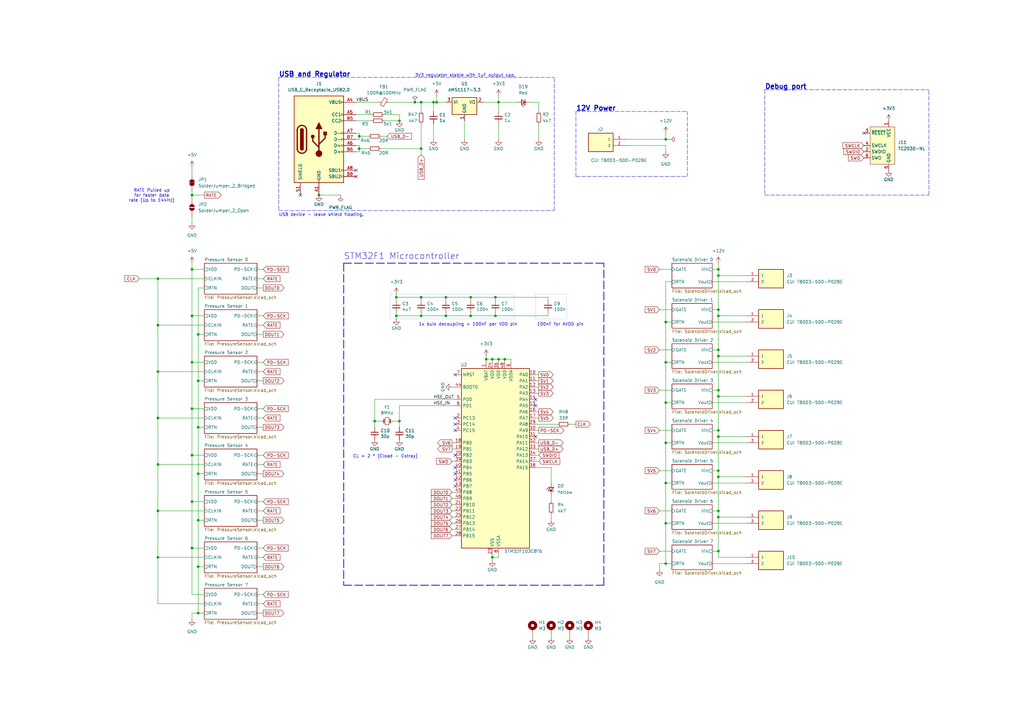
<source format=kicad_sch>
(kicad_sch (version 20231120) (generator "eeschema") (generator_version "8.0")
  (paper "A3")
  (junction (at 273.05 148.59))
  (junction (at 193.04 121.92))
  (junction (at 81.28 137.16))
  (junction (at 170.18 41.91))
  (junction (at 294.64 195.58))
  (junction (at 182.88 129.54))
  (junction (at 273.05 132.08))
  (junction (at 294.64 209.55))
  (junction (at 162.56 121.92))
  (junction (at 294.64 193.04))
  (junction (at 78.74 186.69))
  (junction (at 78.74 167.64))
  (junction (at 78.74 148.59))
  (junction (at 172.72 41.91))
  (junction (at 81.28 156.21))
  (junction (at 81.28 251.46))
  (junction (at 294.64 110.49))
  (junction (at 203.2 121.92))
  (junction (at 294.64 176.53))
  (junction (at 163.83 172.72))
  (junction (at 294.64 143.51))
  (junction (at 199.39 147.32))
  (junction (at 64.77 114.3))
  (junction (at 64.77 228.6))
  (junction (at 177.8 41.91))
  (junction (at 81.28 194.31))
  (junction (at 179.07 41.91))
  (junction (at 204.47 41.91))
  (junction (at 153.67 172.72))
  (junction (at 193.04 129.54))
  (junction (at 273.05 181.61))
  (junction (at 64.77 171.45))
  (junction (at 172.72 60.96))
  (junction (at 294.64 162.56))
  (junction (at 203.2 129.54))
  (junction (at 147.32 60.96))
  (junction (at 273.05 231.14))
  (junction (at 172.72 129.54))
  (junction (at 294.64 129.54))
  (junction (at 163.83 49.53))
  (junction (at 182.88 121.92))
  (junction (at 273.05 165.1))
  (junction (at 81.28 232.41))
  (junction (at 294.64 113.03))
  (junction (at 78.74 110.49))
  (junction (at 207.01 147.32))
  (junction (at 64.77 190.5))
  (junction (at 78.74 80.01))
  (junction (at 294.64 146.05))
  (junction (at 204.47 147.32))
  (junction (at 201.93 228.6))
  (junction (at 64.77 152.4))
  (junction (at 294.64 179.07))
  (junction (at 147.32 55.88))
  (junction (at 294.64 127))
  (junction (at 64.77 209.55))
  (junction (at 78.74 129.54))
  (junction (at 130.81 80.01))
  (junction (at 162.56 129.54))
  (junction (at 273.05 198.12))
  (junction (at 78.74 205.74))
  (junction (at 64.77 133.35))
  (junction (at 294.64 226.06))
  (junction (at 294.64 212.09))
  (junction (at 201.93 147.32))
  (junction (at 273.05 57.15))
  (junction (at 81.28 213.36))
  (junction (at 172.72 121.92))
  (junction (at 78.74 224.79))
  (junction (at 81.28 175.26))
  (junction (at 273.05 214.63))
  (junction (at 294.64 160.02))
  (no_connect (at 123.19 80.01))
  (no_connect (at 186.69 153.67))
  (no_connect (at 146.05 72.39))
  (no_connect (at 186.69 191.77))
  (no_connect (at 186.69 176.53))
  (no_connect (at 219.71 163.83))
  (no_connect (at 186.69 199.39))
  (no_connect (at 146.05 69.85))
  (no_connect (at 186.69 196.85))
  (no_connect (at 186.69 186.69))
  (no_connect (at 186.69 171.45))
  (no_connect (at 354.33 54.61))
  (no_connect (at 219.71 166.37))
  (no_connect (at 186.69 173.99))
  (no_connect (at 219.71 179.07))
  (no_connect (at 186.69 194.31))
  (wire (pts (xy 81.28 213.36) (xy 83.82 213.36)))
  (wire (pts (xy 201.93 228.6) (xy 204.47 228.6)))
  (wire (pts (xy 233.68 173.99) (xy 236.22 173.99)))
  (wire (pts (xy 193.04 123.19) (xy 193.04 121.92)))
  (wire (pts (xy 147.32 60.96) (xy 151.13 60.96)))
  (wire (pts (xy 172.72 41.91) (xy 172.72 45.72)))
  (wire (pts (xy 270.51 127) (xy 275.59 127)))
  (wire (pts (xy 294.64 113.03) (xy 294.64 127)))
  (wire (pts (xy 105.41 232.41) (xy 107.95 232.41)))
  (wire (pts (xy 292.1 132.08) (xy 306.07 132.08)))
  (wire (pts (xy 233.68 260.35) (xy 233.68 261.62)))
  (wire (pts (xy 105.41 156.21) (xy 107.95 156.21)))
  (wire (pts (xy 226.06 210.82) (xy 226.06 213.36)))
  (wire (pts (xy 57.15 114.3) (xy 64.77 114.3)))
  (wire (pts (xy 185.42 207.01) (xy 186.69 207.01)))
  (wire (pts (xy 78.74 167.64) (xy 78.74 186.69)))
  (wire (pts (xy 64.77 209.55) (xy 64.77 190.5)))
  (wire (pts (xy 105.41 228.6) (xy 107.95 228.6)))
  (wire (pts (xy 209.55 148.59) (xy 209.55 147.32)))
  (wire (pts (xy 105.41 247.65) (xy 107.95 247.65)))
  (wire (pts (xy 182.88 128.27) (xy 182.88 129.54)))
  (wire (pts (xy 78.74 251.46) (xy 78.74 254)))
  (wire (pts (xy 292.1 148.59) (xy 306.07 148.59)))
  (wire (pts (xy 172.72 63.5) (xy 172.72 60.96)))
  (wire (pts (xy 201.93 229.87) (xy 201.93 228.6)))
  (wire (pts (xy 220.98 171.45) (xy 219.71 171.45)))
  (wire (pts (xy 147.32 55.88) (xy 151.13 55.88)))
  (wire (pts (xy 156.21 55.88) (xy 158.75 55.88)))
  (wire (pts (xy 105.41 118.11) (xy 107.95 118.11)))
  (wire (pts (xy 273.05 165.1) (xy 273.05 148.59)))
  (wire (pts (xy 203.2 123.19) (xy 203.2 121.92)))
  (wire (pts (xy 105.41 137.16) (xy 107.95 137.16)))
  (wire (pts (xy 81.28 251.46) (xy 81.28 232.41)))
  (wire (pts (xy 292.1 165.1) (xy 306.07 165.1)))
  (wire (pts (xy 81.28 213.36) (xy 81.28 194.31)))
  (wire (pts (xy 105.41 129.54) (xy 107.95 129.54)))
  (wire (pts (xy 78.74 110.49) (xy 78.74 129.54)))
  (wire (pts (xy 273.05 132.08) (xy 275.59 132.08)))
  (wire (pts (xy 273.05 181.61) (xy 273.05 198.12)))
  (wire (pts (xy 203.2 121.92) (xy 224.79 121.92)))
  (wire (pts (xy 226.06 191.77) (xy 226.06 198.12)))
  (wire (pts (xy 292.1 214.63) (xy 306.07 214.63)))
  (wire (pts (xy 273.05 148.59) (xy 273.05 132.08)))
  (wire (pts (xy 156.21 60.96) (xy 172.72 60.96)))
  (wire (pts (xy 294.64 129.54) (xy 294.64 143.51)))
  (wire (pts (xy 294.64 146.05) (xy 294.64 160.02)))
  (wire (pts (xy 220.98 57.15) (xy 220.98 50.8)))
  (wire (pts (xy 199.39 147.32) (xy 201.93 147.32)))
  (wire (pts (xy 81.28 156.21) (xy 83.82 156.21)))
  (wire (pts (xy 64.77 171.45) (xy 64.77 152.4)))
  (wire (pts (xy 185.42 214.63) (xy 186.69 214.63)))
  (wire (pts (xy 270.51 160.02) (xy 275.59 160.02)))
  (wire (pts (xy 147.32 59.69) (xy 147.32 60.96)))
  (wire (pts (xy 220.98 189.23) (xy 219.71 189.23)))
  (polyline (pts (xy 227.33 86.36) (xy 227.33 31.75)) (stroke (width 0) (type dash)))
  (wire (pts (xy 294.64 176.53) (xy 292.1 176.53)))
  (wire (pts (xy 78.74 186.69) (xy 83.82 186.69)))
  (wire (pts (xy 152.4 49.53) (xy 146.05 49.53)))
  (wire (pts (xy 273.05 198.12) (xy 273.05 214.63)))
  (wire (pts (xy 220.98 168.91) (xy 219.71 168.91)))
  (wire (pts (xy 292.1 198.12) (xy 306.07 198.12)))
  (polyline (pts (xy 313.69 36.83) (xy 381 36.83)) (stroke (width 0) (type dash)))
  (wire (pts (xy 241.3 260.35) (xy 241.3 261.62)))
  (wire (pts (xy 78.74 186.69) (xy 78.74 205.74)))
  (wire (pts (xy 306.07 162.56) (xy 294.64 162.56)))
  (wire (pts (xy 294.64 228.6) (xy 294.64 226.06)))
  (wire (pts (xy 306.07 113.03) (xy 294.64 113.03)))
  (polyline (pts (xy 114.3 31.75) (xy 227.33 31.75)) (stroke (width 0) (type dash)))
  (wire (pts (xy 182.88 121.92) (xy 172.72 121.92)))
  (wire (pts (xy 83.82 209.55) (xy 64.77 209.55)))
  (polyline (pts (xy 114.3 31.75) (xy 114.3 86.36)) (stroke (width 0) (type dash)))
  (wire (pts (xy 170.18 41.91) (xy 172.72 41.91)))
  (wire (pts (xy 185.42 219.71) (xy 186.69 219.71)))
  (wire (pts (xy 105.41 251.46) (xy 107.95 251.46)))
  (wire (pts (xy 64.77 133.35) (xy 64.77 114.3)))
  (wire (pts (xy 190.5 57.15) (xy 190.5 49.53)))
  (wire (pts (xy 172.72 41.91) (xy 177.8 41.91)))
  (wire (pts (xy 153.67 175.26) (xy 153.67 172.72)))
  (wire (pts (xy 273.05 148.59) (xy 275.59 148.59)))
  (wire (pts (xy 294.64 179.07) (xy 294.64 193.04)))
  (wire (pts (xy 220.98 41.91) (xy 220.98 45.72)))
  (wire (pts (xy 226.06 260.35) (xy 226.06 261.62)))
  (wire (pts (xy 294.64 226.06) (xy 292.1 226.06)))
  (wire (pts (xy 172.72 129.54) (xy 182.88 129.54)))
  (wire (pts (xy 185.42 209.55) (xy 186.69 209.55)))
  (wire (pts (xy 78.74 80.01) (xy 83.82 80.01)))
  (wire (pts (xy 306.07 146.05) (xy 294.64 146.05)))
  (wire (pts (xy 153.67 172.72) (xy 156.21 172.72)))
  (wire (pts (xy 81.28 118.11) (xy 83.82 118.11)))
  (wire (pts (xy 294.64 193.04) (xy 294.64 195.58)))
  (wire (pts (xy 186.69 158.75) (xy 185.42 158.75)))
  (wire (pts (xy 204.47 39.37) (xy 204.47 41.91)))
  (wire (pts (xy 147.32 54.61) (xy 146.05 54.61)))
  (wire (pts (xy 78.74 88.9) (xy 78.74 91.44)))
  (wire (pts (xy 185.42 201.93) (xy 186.69 201.93)))
  (wire (pts (xy 157.48 49.53) (xy 163.83 49.53)))
  (polyline (pts (xy 381 80.01) (xy 381 36.83)) (stroke (width 0) (type dash)))
  (wire (pts (xy 147.32 55.88) (xy 147.32 57.15)))
  (wire (pts (xy 83.82 247.65) (xy 64.77 247.65)))
  (polyline (pts (xy 140.97 240.03) (xy 247.65 240.03)) (stroke (width 0.3) (type dash)))
  (wire (pts (xy 294.64 143.51) (xy 294.64 146.05)))
  (wire (pts (xy 273.05 115.57) (xy 275.59 115.57)))
  (wire (pts (xy 204.47 147.32) (xy 207.01 147.32)))
  (wire (pts (xy 203.2 129.54) (xy 224.79 129.54)))
  (wire (pts (xy 292.1 231.14) (xy 306.07 231.14)))
  (wire (pts (xy 182.88 129.54) (xy 193.04 129.54)))
  (wire (pts (xy 207.01 147.32) (xy 207.01 148.59)))
  (wire (pts (xy 179.07 41.91) (xy 182.88 41.91)))
  (wire (pts (xy 105.41 205.74) (xy 107.95 205.74)))
  (polyline (pts (xy 114.3 86.36) (xy 227.33 86.36)) (stroke (width 0) (type dash)))
  (wire (pts (xy 163.83 175.26) (xy 163.83 172.72)))
  (wire (pts (xy 105.41 133.35) (xy 107.95 133.35)))
  (wire (pts (xy 199.39 147.32) (xy 199.39 148.59)))
  (wire (pts (xy 294.64 195.58) (xy 294.64 209.55)))
  (polyline (pts (xy 247.65 240.03) (xy 247.65 107.95)) (stroke (width 0.3) (type dash)))
  (wire (pts (xy 273.05 132.08) (xy 273.05 115.57)))
  (wire (pts (xy 162.56 120.65) (xy 162.56 121.92)))
  (wire (pts (xy 172.72 50.8) (xy 172.72 60.96)))
  (wire (pts (xy 185.42 184.15) (xy 186.69 184.15)))
  (wire (pts (xy 193.04 121.92) (xy 203.2 121.92)))
  (wire (pts (xy 204.47 228.6) (xy 204.47 227.33)))
  (wire (pts (xy 185.42 212.09) (xy 186.69 212.09)))
  (wire (pts (xy 220.98 156.21) (xy 219.71 156.21)))
  (wire (pts (xy 83.82 133.35) (xy 64.77 133.35)))
  (wire (pts (xy 220.98 153.67) (xy 219.71 153.67)))
  (wire (pts (xy 160.02 41.91) (xy 170.18 41.91)))
  (wire (pts (xy 162.56 128.27) (xy 162.56 129.54)))
  (wire (pts (xy 78.74 205.74) (xy 83.82 205.74)))
  (wire (pts (xy 78.74 129.54) (xy 78.74 148.59)))
  (wire (pts (xy 185.42 181.61) (xy 186.69 181.61)))
  (wire (pts (xy 204.47 57.15) (xy 204.47 50.8)))
  (wire (pts (xy 275.59 181.61) (xy 273.05 181.61)))
  (wire (pts (xy 179.07 39.37) (xy 179.07 41.91)))
  (wire (pts (xy 146.05 62.23) (xy 147.32 62.23)))
  (wire (pts (xy 203.2 128.27) (xy 203.2 129.54)))
  (wire (pts (xy 220.98 161.29) (xy 219.71 161.29)))
  (wire (pts (xy 78.74 205.74) (xy 78.74 224.79)))
  (wire (pts (xy 294.64 212.09) (xy 294.64 226.06)))
  (wire (pts (xy 274.32 57.15) (xy 273.05 57.15)))
  (wire (pts (xy 78.74 68.58) (xy 78.74 71.12)))
  (wire (pts (xy 105.41 114.3) (xy 107.95 114.3)))
  (wire (pts (xy 270.51 176.53) (xy 275.59 176.53)))
  (polyline (pts (xy 247.65 107.95) (xy 140.97 107.95)) (stroke (width 0.3) (type dash)))
  (wire (pts (xy 81.28 232.41) (xy 83.82 232.41)))
  (wire (pts (xy 78.74 80.01) (xy 78.74 81.28)))
  (wire (pts (xy 270.51 110.49) (xy 275.59 110.49)))
  (wire (pts (xy 64.77 152.4) (xy 64.77 133.35)))
  (wire (pts (xy 270.51 193.04) (xy 275.59 193.04)))
  (wire (pts (xy 306.07 129.54) (xy 294.64 129.54)))
  (wire (pts (xy 161.29 172.72) (xy 163.83 172.72)))
  (wire (pts (xy 172.72 121.92) (xy 172.72 123.19)))
  (wire (pts (xy 81.28 175.26) (xy 83.82 175.26)))
  (wire (pts (xy 273.05 231.14) (xy 273.05 214.63)))
  (wire (pts (xy 294.64 209.55) (xy 292.1 209.55)))
  (wire (pts (xy 294.64 110.49) (xy 292.1 110.49)))
  (wire (pts (xy 306.07 212.09) (xy 294.64 212.09)))
  (wire (pts (xy 219.71 176.53) (xy 220.98 176.53)))
  (wire (pts (xy 294.64 107.95) (xy 294.64 110.49)))
  (wire (pts (xy 273.05 198.12) (xy 275.59 198.12)))
  (wire (pts (xy 292.1 115.57) (xy 306.07 115.57)))
  (polyline (pts (xy 313.69 36.83) (xy 313.69 80.01)) (stroke (width 0) (type dash)))
  (wire (pts (xy 186.69 163.83) (xy 153.67 163.83)))
  (wire (pts (xy 220.98 184.15) (xy 219.71 184.15)))
  (wire (pts (xy 220.98 41.91) (xy 217.17 41.91)))
  (polyline (pts (xy 236.22 45.72) (xy 236.22 72.39)) (stroke (width 0) (type dash)))
  (wire (pts (xy 81.28 175.26) (xy 81.28 156.21)))
  (wire (pts (xy 64.77 114.3) (xy 83.82 114.3)))
  (wire (pts (xy 64.77 190.5) (xy 64.77 171.45)))
  (wire (pts (xy 105.41 148.59) (xy 107.95 148.59)))
  (wire (pts (xy 193.04 128.27) (xy 193.04 129.54)))
  (wire (pts (xy 105.41 186.69) (xy 107.95 186.69)))
  (wire (pts (xy 78.74 129.54) (xy 83.82 129.54)))
  (wire (pts (xy 306.07 195.58) (xy 294.64 195.58)))
  (wire (pts (xy 78.74 110.49) (xy 83.82 110.49)))
  (wire (pts (xy 270.51 209.55) (xy 275.59 209.55)))
  (wire (pts (xy 105.41 243.84) (xy 107.95 243.84)))
  (wire (pts (xy 78.74 167.64) (xy 83.82 167.64)))
  (polyline (pts (xy 281.94 72.39) (xy 281.94 45.72)) (stroke (width 0) (type dash)))
  (wire (pts (xy 219.71 173.99) (xy 228.6 173.99)))
  (wire (pts (xy 83.82 228.6) (xy 64.77 228.6)))
  (wire (pts (xy 105.41 167.64) (xy 107.95 167.64)))
  (wire (pts (xy 64.77 228.6) (xy 64.77 209.55)))
  (polyline (pts (xy 236.22 45.72) (xy 281.94 45.72)) (stroke (width 0) (type dash)))
  (wire (pts (xy 219.71 191.77) (xy 226.06 191.77)))
  (wire (pts (xy 157.48 46.99) (xy 163.83 46.99)))
  (wire (pts (xy 273.05 59.69) (xy 256.54 59.69)))
  (polyline (pts (xy 313.69 80.01) (xy 381 80.01)) (stroke (width 0) (type dash)))
  (wire (pts (xy 204.47 148.59) (xy 204.47 147.32)))
  (wire (pts (xy 83.82 171.45) (xy 64.77 171.45)))
  (wire (pts (xy 163.83 46.99) (xy 163.83 49.53)))
  (wire (pts (xy 224.79 129.54) (xy 224.79 128.27)))
  (wire (pts (xy 201.93 147.32) (xy 204.47 147.32)))
  (wire (pts (xy 273.05 214.63) (xy 275.59 214.63)))
  (wire (pts (xy 105.41 209.55) (xy 107.95 209.55)))
  (wire (pts (xy 204.47 41.91) (xy 204.47 45.72)))
  (wire (pts (xy 226.06 203.2) (xy 226.06 205.74)))
  (polyline (pts (xy 140.97 107.95) (xy 140.97 240.03)) (stroke (width 0.3) (type dash)))
  (wire (pts (xy 78.74 148.59) (xy 83.82 148.59)))
  (wire (pts (xy 306.07 228.6) (xy 294.64 228.6)))
  (wire (pts (xy 198.12 41.91) (xy 204.47 41.91)))
  (wire (pts (xy 294.64 127) (xy 294.64 129.54)))
  (wire (pts (xy 201.93 148.59) (xy 201.93 147.32)))
  (wire (pts (xy 105.41 152.4) (xy 107.95 152.4)))
  (wire (pts (xy 81.28 137.16) (xy 83.82 137.16)))
  (wire (pts (xy 207.01 147.32) (xy 209.55 147.32)))
  (wire (pts (xy 78.74 224.79) (xy 78.74 243.84)))
  (wire (pts (xy 212.09 41.91) (xy 204.47 41.91)))
  (wire (pts (xy 146.05 41.91) (xy 154.94 41.91)))
  (wire (pts (xy 185.42 204.47) (xy 186.69 204.47)))
  (wire (pts (xy 220.98 186.69) (xy 219.71 186.69)))
  (wire (pts (xy 270.51 226.06) (xy 275.59 226.06)))
  (wire (pts (xy 105.41 213.36) (xy 107.95 213.36)))
  (wire (pts (xy 162.56 129.54) (xy 172.72 129.54)))
  (wire (pts (xy 199.39 146.05) (xy 199.39 147.32)))
  (wire (pts (xy 270.51 231.14) (xy 273.05 231.14)))
  (wire (pts (xy 220.98 158.75) (xy 219.71 158.75)))
  (wire (pts (xy 270.51 231.14) (xy 270.51 233.68)))
  (wire (pts (xy 105.41 110.49) (xy 107.95 110.49)))
  (wire (pts (xy 218.44 260.35) (xy 218.44 261.62)))
  (wire (pts (xy 182.88 123.19) (xy 182.88 121.92)))
  (wire (pts (xy 147.32 59.69) (xy 146.05 59.69)))
  (wire (pts (xy 177.8 57.15) (xy 177.8 50.8)))
  (wire (pts (xy 81.28 232.41) (xy 81.28 213.36)))
  (wire (pts (xy 273.05 181.61) (xy 273.05 165.1)))
  (wire (pts (xy 179.07 41.91) (xy 177.8 41.91)))
  (wire (pts (xy 294.64 160.02) (xy 294.64 162.56)))
  (wire (pts (xy 105.41 190.5) (xy 107.95 190.5)))
  (wire (pts (xy 163.83 172.72) (xy 163.83 166.37)))
  (wire (pts (xy 294.64 110.49) (xy 294.64 113.03)))
  (wire (pts (xy 177.8 41.91) (xy 177.8 45.72)))
  (wire (pts (xy 273.05 62.23) (xy 273.05 59.69)))
  (wire (pts (xy 81.28 156.21) (xy 81.28 137.16)))
  (wire (pts (xy 162.56 129.54) (xy 162.56 130.81)))
  (wire (pts (xy 294.64 176.53) (xy 294.64 179.07)))
  (wire (pts (xy 147.32 54.61) (xy 147.32 55.88)))
  (wire (pts (xy 163.83 166.37) (xy 186.69 166.37)))
  (wire (pts (xy 292.1 181.61) (xy 306.07 181.61)))
  (wire (pts (xy 294.64 209.55) (xy 294.64 212.09)))
  (wire (pts (xy 294.64 193.04) (xy 292.1 193.04)))
  (wire (pts (xy 81.28 251.46) (xy 83.82 251.46)))
  (wire (pts (xy 270.51 143.51) (xy 275.59 143.51)))
  (wire (pts (xy 153.67 163.83) (xy 153.67 172.72)))
  (wire (pts (xy 152.4 46.99) (xy 146.05 46.99)))
  (wire (pts (xy 78.74 251.46) (xy 81.28 251.46)))
  (wire (pts (xy 105.41 224.79) (xy 107.95 224.79)))
  (wire (pts (xy 193.04 129.54) (xy 203.2 129.54)))
  (wire (pts (xy 294.64 143.51) (xy 292.1 143.51)))
  (wire (pts (xy 78.74 78.74) (xy 78.74 80.01)))
  (wire (pts (xy 294.64 160.02) (xy 292.1 160.02)))
  (wire (pts (xy 147.32 60.96) (xy 147.32 62.23)))
  (wire (pts (xy 105.41 194.31) (xy 107.95 194.31)))
  (wire (pts (xy 273.05 165.1) (xy 275.59 165.1)))
  (wire (pts (xy 78.74 148.59) (xy 78.74 167.64)))
  (wire (pts (xy 201.93 227.33) (xy 201.93 228.6)))
  (wire (pts (xy 256.54 57.15) (xy 273.05 57.15)))
  (wire (pts (xy 64.77 247.65) (xy 64.77 228.6)))
  (wire (pts (xy 162.56 121.92) (xy 162.56 123.19)))
  (wire (pts (xy 185.42 217.17) (xy 186.69 217.17)))
  (wire (pts (xy 130.81 80.01) (xy 139.7 80.01)))
  (wire (pts (xy 224.79 123.19) (xy 224.79 121.92)))
  (wire (pts (xy 78.74 107.95) (xy 78.74 110.49)))
  (wire (pts (xy 273.05 231.14) (xy 275.59 231.14)))
  (wire (pts (xy 273.05 54.61) (xy 273.05 57.15)))
  (wire (pts (xy 81.28 194.31) (xy 83.82 194.31)))
  (wire (pts (xy 83.82 152.4) (xy 64.77 152.4)))
  (wire (pts (xy 294.64 162.56) (xy 294.64 176.53)))
  (wire (pts (xy 78.74 224.79) (xy 83.82 224.79)))
  (wire (pts (xy 83.82 190.5) (xy 64.77 190.5)))
  (wire (pts (xy 219.71 181.61) (xy 220.98 181.61)))
  (wire (pts (xy 193.04 121.92) (xy 182.88 121.92)))
  (wire (pts (xy 172.72 121.92) (xy 162.56 121.92)))
  (wire (pts (xy 78.74 243.84) (xy 83.82 243.84)))
  (wire (pts (xy 146.05 57.15) (xy 147.32 57.15)))
  (wire (pts (xy 81.28 137.16) (xy 81.28 118.11)))
  (wire (pts (xy 105.41 175.26) (xy 107.95 175.26)))
  (wire (pts (xy 306.07 179.07) (xy 294.64 179.07)))
  (wire (pts (xy 172.72 129.54) (xy 172.72 128.27)))
  (polyline (pts (xy 236.22 72.39) (xy 281.94 72.39)) (stroke (width 0) (type dash)))
  (wire (pts (xy 185.42 189.23) (xy 186.69 189.23)))
  (wire (pts (xy 105.41 171.45) (xy 107.95 171.45)))
  (wire (pts (xy 81.28 194.31) (xy 81.28 175.26)))
  (wire (pts (xy 294.64 127) (xy 292.1 127)))
  (rectangle (start 219.71 120.65) (end 232.41 130.81) (stroke (width 0) (type dot)))
  (rectangle (start 160.02 120.65) (end 210.82 130.81) (stroke (width 0) (type dot)))
  (text "12V Power" (at 236.22 45.72 0) (effects (font (size 2.0066 2.0066) (thickness 0.4013) (bold yes)) (justify left bottom)))
  (text "Debug port" (at 313.69 36.83 0) (effects (font (size 2.0066 2.0066) (thickness 0.4013) (bold yes)) (justify left bottom)))
  (text "USB and Regulator" (at 114.3 31.75 0) (effects (font (size 2.0066 2.0066) (thickness 0.4013) (bold yes)) (justify left bottom)))
  (text "3V3 regulator stable with 1uF output cap." (at 170.18 31.75 0) (effects (font (size 1.27 1.27)) (justify left bottom)))
  (text "RATE Pulled up\nfor faster data\nrate (Up to 144Hz)\n" (at 62.23 80.264 0) (effects (font (size 1.27 1.27))))
  (text "100nF for AVDD pin" (at 220.218 133.858 0) (effects (font (size 1.27 1.27)) (justify left bottom)))
  (text "1x bulk decoupling + 100nF per VDD pin" (at 171.704 133.858 0) (effects (font (size 1.27 1.27)) (justify left bottom)))
  (text "CL = 2 * (Cload - Cstray)" (at 144.78 187.96 0) (effects (font (size 1.27 1.27)) (justify left bottom)))
  (text "STM32F1 Microcontroller" (at 140.97 106.68 0) (effects (font (size 2.54 2.54)) (justify left bottom)))
  (text "USB device - leave shield floating." (at 114.3 88.9 0) (effects (font (size 1.27 1.27)) (justify left bottom)))
  (label "HSE_OUT" (at 177.8 163.83 0))
  (label "HSE_IN" (at 177.8 166.37 0))
  (label "VBUS" (at 146.05 41.91 0))
  (global_label "DOUT2" (shape output) (at 107.95 156.21 0) (property "Intersheetrefs" "${INTERSHEET_REFS}" (effects (hide yes))))
  (global_label "DOUT4" (shape input) (at 185.42 212.09 180) (property "Intersheetrefs" "${INTERSHEET_REFS}" (effects (hide yes))))
  (global_label "SV5" (shape output) (at 220.98 171.45 0) (property "Intersheetrefs" "${INTERSHEET_REFS}" (effects (hide yes))))
  (global_label "SV7" (shape input) (at 270.51 226.06 180) (property "Intersheetrefs" "${INTERSHEET_REFS}" (effects (hide yes))))
  (global_label "SWO" (shape input) (at 354.33 64.77 180) (property "Intersheetrefs" "${INTERSHEET_REFS}" (effects (hide yes))))
  (global_label "DOUT3" (shape output) (at 107.95 175.26 0) (property "Intersheetrefs" "${INTERSHEET_REFS}" (effects (hide yes))))
  (global_label "SV1" (shape input) (at 270.51 127 180) (property "Intersheetrefs" "${INTERSHEET_REFS}" (effects (hide yes))))
  (global_label "PD-SCK" (shape input) (at 107.95 148.59 0) (property "Intersheetrefs" "${INTERSHEET_REFS}" (effects (hide yes))))
  (global_label "PD-SCK" (shape input) (at 107.95 224.79 0) (property "Intersheetrefs" "${INTERSHEET_REFS}" (effects (hide yes))))
  (global_label "CLK" (shape output) (at 236.22 173.99 0) (property "Intersheetrefs" "${INTERSHEET_REFS}" (effects (hide yes))))
  (global_label "USB_D+" (shape output) (at 220.98 184.15 0) (property "Intersheetrefs" "${INTERSHEET_REFS}" (effects (hide yes))))
  (global_label "DOUT6" (shape input) (at 185.42 217.17 180) (property "Intersheetrefs" "${INTERSHEET_REFS}" (effects (hide yes))))
  (global_label "SV6" (shape output) (at 185.42 181.61 180) (property "Intersheetrefs" "${INTERSHEET_REFS}" (effects (hide yes))))
  (global_label "DOUT5" (shape output) (at 107.95 213.36 0) (property "Intersheetrefs" "${INTERSHEET_REFS}" (effects (hide yes))))
  (global_label "PD-SCK" (shape output) (at 220.98 176.53 0) (property "Intersheetrefs" "${INTERSHEET_REFS}" (effects (hide yes))))
  (global_label "USB_D-" (shape output) (at 220.98 181.61 0) (property "Intersheetrefs" "${INTERSHEET_REFS}" (effects (hide yes))))
  (global_label "SWCLK" (shape input) (at 354.33 59.69 180) (property "Intersheetrefs" "${INTERSHEET_REFS}" (effects (hide yes))))
  (global_label "SWCLK" (shape input) (at 220.98 189.23 0) (property "Intersheetrefs" "${INTERSHEET_REFS}" (effects (hide yes))))
  (global_label "RATE" (shape input) (at 107.95 228.6 0) (property "Intersheetrefs" "${INTERSHEET_REFS}" (effects (hide yes))))
  (global_label "SWDIO" (shape input) (at 354.33 62.23 180) (property "Intersheetrefs" "${INTERSHEET_REFS}" (effects (hide yes))))
  (global_label "DOUT4" (shape output) (at 107.95 194.31 0) (property "Intersheetrefs" "${INTERSHEET_REFS}" (effects (hide yes))))
  (global_label "PD-SCK" (shape input) (at 107.95 243.84 0) (property "Intersheetrefs" "${INTERSHEET_REFS}" (effects (hide yes))))
  (global_label "SV6" (shape input) (at 270.51 209.55 180) (property "Intersheetrefs" "${INTERSHEET_REFS}" (effects (hide yes))))
  (global_label "PD-SCK" (shape input) (at 107.95 186.69 0) (property "Intersheetrefs" "${INTERSHEET_REFS}" (effects (hide yes))))
  (global_label "SV3" (shape output) (at 220.98 161.29 0) (property "Intersheetrefs" "${INTERSHEET_REFS}" (effects (hide yes))))
  (global_label "DOUT3" (shape input) (at 185.42 209.55 180) (property "Intersheetrefs" "${INTERSHEET_REFS}" (effects (hide yes))))
  (global_label "SV4" (shape input) (at 270.51 176.53 180) (property "Intersheetrefs" "${INTERSHEET_REFS}" (effects (hide yes))))
  (global_label "RATE" (shape input) (at 107.95 209.55 0) (property "Intersheetrefs" "${INTERSHEET_REFS}" (effects (hide yes))))
  (global_label "DOUT5" (shape input) (at 185.42 214.63 180) (property "Intersheetrefs" "${INTERSHEET_REFS}" (effects (hide yes))))
  (global_label "DOUT1" (shape input) (at 185.42 204.47 180) (property "Intersheetrefs" "${INTERSHEET_REFS}" (effects (hide yes))))
  (global_label "PD-SCK" (shape input) (at 107.95 110.49 0) (property "Intersheetrefs" "${INTERSHEET_REFS}" (effects (hide yes))))
  (global_label "SV2" (shape output) (at 220.98 158.75 0) (property "Intersheetrefs" "${INTERSHEET_REFS}" (effects (hide yes))))
  (global_label "DOUT1" (shape output) (at 107.95 137.16 0) (property "Intersheetrefs" "${INTERSHEET_REFS}" (effects (hide yes))))
  (global_label "SV5" (shape input) (at 270.51 193.04 180) (property "Intersheetrefs" "${INTERSHEET_REFS}" (effects (hide yes))))
  (global_label "SWO" (shape input) (at 185.42 189.23 180) (property "Intersheetrefs" "${INTERSHEET_REFS}" (effects (hide yes))))
  (global_label "DOUT0" (shape output) (at 107.95 118.11 0) (property "Intersheetrefs" "${INTERSHEET_REFS}" (effects (hide yes))))
  (global_label "RATE" (shape input) (at 107.95 114.3 0) (property "Intersheetrefs" "${INTERSHEET_REFS}" (effects (hide yes))))
  (global_label "RATE" (shape input) (at 107.95 190.5 0) (property "Intersheetrefs" "${INTERSHEET_REFS}" (effects (hide yes))))
  (global_label "SV2" (shape input) (at 270.51 143.51 180) (property "Intersheetrefs" "${INTERSHEET_REFS}" (effects (hide yes))))
  (global_label "RATE" (shape input) (at 107.95 247.65 0) (property "Intersheetrefs" "${INTERSHEET_REFS}" (effects (hide yes))))
  (global_label "SV0" (shape input) (at 270.51 110.49 180) (property "Intersheetrefs" "${INTERSHEET_REFS}" (effects (hide yes))))
  (global_label "PD-SCK" (shape input) (at 107.95 167.64 0) (property "Intersheetrefs" "${INTERSHEET_REFS}" (effects (hide yes))))
  (global_label "SWDIO" (shape input) (at 220.98 186.69 0) (property "Intersheetrefs" "${INTERSHEET_REFS}" (effects (hide yes))))
  (global_label "SV0" (shape output) (at 220.98 153.67 0) (property "Intersheetrefs" "${INTERSHEET_REFS}" (effects (hide yes))))
  (global_label "DOUT7" (shape output) (at 107.95 251.46 0) (property "Intersheetrefs" "${INTERSHEET_REFS}" (effects (hide yes))))
  (global_label "DOUT6" (shape output) (at 107.95 232.41 0) (property "Intersheetrefs" "${INTERSHEET_REFS}" (effects (hide yes))))
  (global_label "RATE" (shape input) (at 107.95 133.35 0) (property "Intersheetrefs" "${INTERSHEET_REFS}" (effects (hide yes))))
  (global_label "SV4" (shape output) (at 220.98 168.91 0) (property "Intersheetrefs" "${INTERSHEET_REFS}" (effects (hide yes))))
  (global_label "DOUT2" (shape input) (at 185.42 207.01 180) (property "Intersheetrefs" "${INTERSHEET_REFS}" (effects (hide yes))))
  (global_label "SV3" (shape input) (at 270.51 160.02 180) (property "Intersheetrefs" "${INTERSHEET_REFS}" (effects (hide yes))))
  (global_label "USB_D+" (shape input) (at 172.72 63.5 270) (property "Intersheetrefs" "${INTERSHEET_REFS}" (effects (hide yes))))
  (global_label "DOUT7" (shape input) (at 185.42 219.71 180) (property "Intersheetrefs" "${INTERSHEET_REFS}" (effects (hide yes))))
  (global_label "DOUT0" (shape input) (at 185.42 201.93 180) (property "Intersheetrefs" "${INTERSHEET_REFS}" (effects (hide yes))))
  (global_label "RATE" (shape input) (at 107.95 171.45 0) (property "Intersheetrefs" "${INTERSHEET_REFS}" (effects (hide yes))))
  (global_label "RATE" (shape input) (at 107.95 152.4 0) (property "Intersheetrefs" "${INTERSHEET_REFS}" (effects (hide yes))))
  (global_label "USB_D-" (shape input) (at 158.75 55.88 0) (property "Intersheetrefs" "${INTERSHEET_REFS}" (effects (hide yes))))
  (global_label "SV1" (shape output) (at 220.98 156.21 0) (property "Intersheetrefs" "${INTERSHEET_REFS}" (effects (hide yes))))
  (global_label "PD-SCK" (shape input) (at 107.95 129.54 0) (property "Intersheetrefs" "${INTERSHEET_REFS}" (effects (hide yes))))
  (global_label "SV7" (shape output) (at 185.42 184.15 180) (property "Intersheetrefs" "${INTERSHEET_REFS}" (effects (hide yes))))
  (global_label "CLK" (shape input) (at 57.15 114.3 180) (property "Intersheetrefs" "${INTERSHEET_REFS}" (effects (hide yes))))
  (global_label "PD-SCK" (shape input) (at 107.95 205.74 0) (property "Intersheetrefs" "${INTERSHEET_REFS}" (effects (hide yes))))
  (global_label "RATE" (shape output) (at 83.82 80.01 0) (property "Intersheetrefs" "${INTERSHEET_REFS}" (effects (hide yes))))
  (symbol (lib_id "Device:R_Small") (at 153.67 60.96 270) (unit 1)
    (property "Reference" "R45" (at 148.082 62.738 90) (effects (justify left)))
    (property "Value" "20R" (at 155.448 62.738 90) (effects (justify left)))
    (property "Footprint" "Resistor_SMD:R_0603_1608Metric" (effects (hide yes)))
    (property "Description" "Resistor, small symbol" (effects (hide yes)))
    (property "LCSC" "C25905" (effects (hide yes)))
  )
  (symbol (lib_id "Device:C_Small") (at 163.83 177.8 0) (unit 1)
    (property "Reference" "C11" (at 166.1668 176.6316 0) (effects (justify left)))
    (property "Value" "30p" (at 166.1668 178.943 0) (effects (justify left)))
    (property "Footprint" "Capacitor_SMD:C_0603_1608Metric" (effects (hide yes)))
    (property "Description" "Unpolarized capacitor, small symbol" (effects (hide yes)))
    (property "LCSC" "C1570" (effects (hide yes)))
  )
  (symbol (lib_id "power:GND") (at 226.06 213.36 0) (unit 1)
    (property "Reference" "#PWR020" (effects (hide yes)))
    (property "Value" "GND" (at 226.06 217.17 0))
    (property "Description" "Power symbol creates a global label with name \"GND\" , ground" (effects (hide yes)))
  )
  (symbol (lib_id "Mechanical:MountingHole_Pad") (at 241.3 257.81 0) (unit 1) (exclude_from_sim yes) (in_bom no)
    (property "Reference" "H4" (at 243.84 255.2699 0) (effects (justify left)))
    (property "Value" "M3" (at 243.84 257.8099 0) (effects (justify left)))
    (property "Footprint" "MountingHole:MountingHole_2.2mm_M2_Pad_Via" (effects (hide yes)))
    (property "Description" "Mounting Hole with connection" (effects (hide yes)))
  )
  (symbol (lib_id "Connector:Conn_ARM_SWD_TagConnect_TC2030-NL") (at 361.95 59.69 0) (mirror y) (unit 1) (in_bom no)
    (property "Reference" "J11" (at 368.3 58.4199 0) (effects (justify right)))
    (property "Value" "TC2030-NL" (at 368.3 60.9599 0) (effects (justify right)))
    (property "Footprint" "Connector:Tag-Connect_TC2030-IDC-NL_2x03_P1.27mm_Vertical" (effects (hide yes)))
    (property "Datasheet" "https://www.tag-connect.com/wp-content/uploads/bsk-pdf-manager/TC2030-CTX_1.pdf" (effects (hide yes)))
    (property "Description" "Tag-Connect ARM Cortex SWD JTAG connector, 6 pin, no legs" (effects (hide yes)))
  )
  (symbol (lib_id "Device:R_Small") (at 220.98 48.26 0) (unit 1)
    (property "Reference" "R2" (at 222.504 46.99 0) (effects (justify left)))
    (property "Value" "4k7" (at 222.504 49.53 0) (effects (justify left)))
    (property "Footprint" "Resistor_SMD:R_0603_1608Metric" (effects (hide yes)))
    (property "Description" "Resistor, small symbol" (effects (hide yes)))
  )
  (symbol (lib_id "power:+3V3") (at 162.56 120.65 0) (unit 1)
    (property "Reference" "#PWR013" (effects (hide yes)))
    (property "Value" "+3V3" (at 162.56 115.57 0))
    (property "Description" "Power symbol creates a global label with name \"+3V3\"" (effects (hide yes)))
  )
  (symbol (lib_id "Device:R_Small") (at 153.67 55.88 270) (unit 1)
    (property "Reference" "R46" (at 147.828 57.658 90) (effects (justify left)))
    (property "Value" "20R" (at 155.448 57.658 90) (effects (justify left)))
    (property "Footprint" "Resistor_SMD:R_0603_1608Metric" (effects (hide yes)))
    (property "Description" "Resistor, small symbol" (effects (hide yes)))
    (property "LCSC" "C25905" (effects (hide yes)))
  )
  (symbol (lib_id "power:GND") (at 364.49 69.85 0) (unit 1)
    (property "Reference" "#PWR030" (effects (hide yes)))
    (property "Value" "GND" (at 364.49 73.66 0))
    (property "Description" "Power symbol creates a global label with name \"GND\" , ground" (effects (hide yes)))
  )
  (symbol (lib_id "power:GND") (at 218.44 261.62 0) (unit 1)
    (property "Reference" "#PWR015" (effects (hide yes)))
    (property "Value" "GND" (at 218.44 265.43 0))
    (property "Description" "Power symbol creates a global label with name \"GND\" , ground" (effects (hide yes)))
  )
  (symbol (lib_id "Mechanical:MountingHole_Pad") (at 218.44 257.81 0) (unit 1) (exclude_from_sim yes) (in_bom no)
    (property "Reference" "H1" (at 220.98 255.2699 0) (effects (justify left)))
    (property "Value" "M3" (at 220.98 257.8099 0) (effects (justify left)))
    (property "Footprint" "MountingHole:MountingHole_2.2mm_M2_Pad_Via" (effects (hide yes)))
    (property "Description" "Mounting Hole with connection" (effects (hide yes)))
  )
  (symbol (lib_id "Device:C_Small") (at 162.56 125.73 0) (unit 1)
    (property "Reference" "C3" (at 164.8968 124.5616 0) (effects (justify left)))
    (property "Value" "4u7" (at 164.8968 126.873 0) (effects (justify left)))
    (property "Footprint" "Capacitor_SMD:C_0603_1608Metric" (effects (hide yes)))
    (property "Description" "Unpolarized capacitor, small symbol" (effects (hide yes)))
    (property "LCSC" "C19666" (effects (hide yes)))
  )
  (symbol (lib_id "Device:C_Small") (at 182.88 125.73 0) (unit 1)
    (property "Reference" "C5" (at 185.2168 124.5616 0) (effects (justify left)))
    (property "Value" "100n" (at 185.2168 126.873 0) (effects (justify left)))
    (property "Footprint" "Capacitor_SMD:C_0603_1608Metric" (effects (hide yes)))
    (property "Description" "Unpolarized capacitor, small symbol" (effects (hide yes)))
    (property "LCSC" "C307331" (effects (hide yes)))
  )
  (symbol (lib_id "Device:Crystal_Small") (at 158.75 172.72 0) (unit 1)
    (property "Reference" "Y1" (at 158.75 167.005 0))
    (property "Value" "8MHz" (at 158.75 169.3164 0))
    (property "Footprint" "Crystal:Crystal_SMD_5032-2Pin_5.0x3.2mm" (effects (hide yes)))
    (property "Description" "Two pin crystal, small symbol" (effects (hide yes)))
    (property "LCSC" "C115962" (effects (hide yes)))
  )
  (symbol (lib_id "power:PWR_FLAG") (at 170.18 41.91 0) (unit 1)
    (property "Reference" "#FLG01" (effects (hide yes)))
    (property "Value" "PWR_FLAG" (at 170.18 36.83 0))
    (property "Description" "Special symbol for telling ERC where power comes from" (effects (hide yes)))
  )
  (symbol (lib_id "Device:R_Small") (at 154.94 49.53 270) (unit 1)
    (property "Reference" "R3" (at 148.336 50.8 90) (effects (justify left)))
    (property "Value" "5k1" (at 157.226 50.8 90) (effects (justify left)))
    (property "Footprint" "Resistor_SMD:R_0603_1608Metric" (effects (hide yes)))
    (property "Description" "Resistor, small symbol" (effects (hide yes)))
    (property "LCSC" "C25905" (effects (hide yes)))
  )
  (symbol (lib_id "Jumper:SolderJumper_2_Bridged") (at 78.74 74.93 90) (unit 1) (exclude_from_sim yes) (in_bom no)
    (property "Reference" "JP1" (at 81.28 73.6599 90) (effects (justify right)))
    (property "Value" "SolderJumper_2_Bridged" (at 81.28 76.1999 90) (effects (justify right)))
    (property "Footprint" "Jumper:SolderJumper-2_P1.3mm_Bridged_Pad1.0x1.5mm" (effects (hide yes)))
    (property "Description" "Solder Jumper, 2-pole, closed/bridged" (effects (hide yes)))
  )
  (symbol (lib_id "Device:FerriteBead_Small") (at 157.48 41.91 90) (unit 1)
    (property "Reference" "FB1" (at 157.4419 35.56 90))
    (property "Value" "100R@100MHz" (at 157.4419 38.1 90))
    (property "Footprint" "Resistor_SMD:R_0805_2012Metric" (effects (hide yes)))
    (property "Description" "Ferrite bead, small symbol" (effects (hide yes)))
    (property "LCSC" "C1015" (effects (hide yes)))
  )
  (symbol (lib_id "Regulator_Linear:AMS1117-3.3") (at 190.5 41.91 0) (unit 1)
    (property "Reference" "U1" (at 190.5 34.29 0))
    (property "Value" "AMS1117-3.3" (at 190.5 36.83 0))
    (property "Footprint" "Package_TO_SOT_SMD:SOT-223-3_TabPin2" (effects (hide yes)))
    (property "Datasheet" "http://www.advanced-monolithic.com/pdf/ds1117.pdf" (effects (hide yes)))
    (property "Description" "1A Low Dropout regulator, positive, 3.3V fixed output, SOT-223" (effects (hide yes)))
    (property "LCSC" "C6186" (effects (hide yes)))
  )
  (symbol (lib_id "power:+12V") (at 294.64 107.95 0) (unit 1)
    (property "Reference" "#PWR012" (effects (hide yes)))
    (property "Value" "+12V" (at 294.64 102.87 0))
    (property "Description" "Power symbol creates a global label with name \"+12V\"" (effects (hide yes)))
  )
  (symbol (lib_id "power:GND") (at 177.8 57.15 0) (mirror y) (unit 1)
    (property "Reference" "#PWR05" (effects (hide yes)))
    (property "Value" "GND" (at 177.8 60.96 0))
    (property "Description" "Power symbol creates a global label with name \"GND\" , ground" (effects (hide yes)))
  )
  (symbol (lib_id "power:GND") (at 273.05 62.23 0) (mirror y) (unit 1)
    (property "Reference" "#PWR09" (effects (hide yes)))
    (property "Value" "GND" (at 273.05 67.31 0))
    (property "Description" "Power symbol creates a global label with name \"GND\" , ground" (effects (hide yes)))
  )
  (symbol (lib_id "TB003-500-P02BE:TB003-500-P02BE") (at 316.23 115.57 0) (unit 1)
    (property "Reference" "J3" (at 322.58 113.0299 0) (effects (justify left)))
    (property "Value" "CUI TB003-500-P02BE" (at 322.58 115.5699 0) (effects (justify left)))
    (property "Footprint" "CUI_TB003-500-P02BE:CUI_TB003-500-P02BE" (effects (hide yes)))
    (property "Description" "Generic connector, single row, 01x02, script generated (kicad-library-utils/schlib/autogen/connector/)" (effects (hide yes)))
    (property "STANDARD" "Manufacturer Recommendations" (effects (hide yes)))
    (property "MANUFACTURER" "CUI" (effects (hide yes)))
  )
  (symbol (lib_id "TB003-500-P02BE:TB003-500-P02BE") (at 316.23 165.1 0) (unit 1)
    (property "Reference" "J6" (at 322.58 162.5599 0) (effects (justify left)))
    (property "Value" "CUI TB003-500-P02BE" (at 322.58 165.0999 0) (effects (justify left)))
    (property "Footprint" "CUI_TB003-500-P02BE:CUI_TB003-500-P02BE" (effects (hide yes)))
    (property "Description" "Generic connector, single row, 01x02, script generated (kicad-library-utils/schlib/autogen/connector/)" (effects (hide yes)))
    (property "STANDARD" "Manufacturer Recommendations" (effects (hide yes)))
    (property "MANUFACTURER" "CUI" (effects (hide yes)))
  )
  (symbol (lib_id "Jumper:SolderJumper_2_Open") (at 78.74 85.09 90) (unit 1) (exclude_from_sim yes) (in_bom no)
    (property "Reference" "JP2" (at 81.28 83.8199 90) (effects (justify right)))
    (property "Value" "SolderJumper_2_Open" (at 81.28 86.3599 90) (effects (justify right)))
    (property "Footprint" "Jumper:SolderJumper-2_P1.3mm_Open_TrianglePad1.0x1.5mm" (effects (hide yes)))
    (property "Description" "Solder Jumper, 2-pole, open" (effects (hide yes)))
  )
  (symbol (lib_id "power:PWR_FLAG") (at 139.7 80.01 180) (unit 1)
    (property "Reference" "#FLG02" (effects (hide yes)))
    (property "Value" "PWR_FLAG" (at 139.7 85.09 0))
    (property "Description" "Special symbol for telling ERC where power comes from" (effects (hide yes)))
  )
  (symbol (lib_id "Device:C_Small") (at 172.72 125.73 0) (unit 1)
    (property "Reference" "C4" (at 175.0568 124.5616 0) (effects (justify left)))
    (property "Value" "100n" (at 175.0568 126.873 0) (effects (justify left)))
    (property "Footprint" "Capacitor_SMD:C_0603_1608Metric" (effects (hide yes)))
    (property "Description" "Unpolarized capacitor, small symbol" (effects (hide yes)))
    (property "LCSC" "C307331" (effects (hide yes)))
  )
  (symbol (lib_id "power:GND") (at 78.74 254 0) (unit 1)
    (property "Reference" "#PWR023" (effects (hide yes)))
    (property "Value" "GND" (at 78.74 259.08 0))
    (property "Description" "Power symbol creates a global label with name \"GND\" , ground" (effects (hide yes)))
  )
  (symbol (lib_id "TB003-500-P02BE:TB003-500-P02BE") (at 316.23 132.08 0) (unit 1)
    (property "Reference" "J4" (at 322.58 129.5399 0) (effects (justify left)))
    (property "Value" "CUI TB003-500-P02BE" (at 322.58 132.0799 0) (effects (justify left)))
    (property "Footprint" "CUI_TB003-500-P02BE:CUI_TB003-500-P02BE" (effects (hide yes)))
    (property "Description" "Generic connector, single row, 01x02, script generated (kicad-library-utils/schlib/autogen/connector/)" (effects (hide yes)))
    (property "STANDARD" "Manufacturer Recommendations" (effects (hide yes)))
    (property "MANUFACTURER" "CUI" (effects (hide yes)))
  )
  (symbol (lib_id "Device:R_Small") (at 172.72 48.26 0) (mirror y) (unit 1)
    (property "Reference" "R47" (at 171.196 46.99 0) (effects (justify left)))
    (property "Value" "4k7" (at 171.196 49.53 0) (effects (justify left)))
    (property "Footprint" "Resistor_SMD:R_0603_1608Metric" (effects (hide yes)))
    (property "Description" "Resistor, small symbol" (effects (hide yes)))
  )
  (symbol (lib_id "MCU_ST_STM32F1:STM32F103C8Tx") (at 201.93 189.23 0) (unit 1)
    (property "Reference" "U2" (at 190.246 149.606 0))
    (property "Value" "STM32F103C8T6" (at 214.63 226.06 0))
    (property "Footprint" "Package_QFP:LQFP-48_7x7mm_P0.5mm" (effects (hide yes)))
    (property "Datasheet" "https://www.st.com/resource/en/datasheet/stm32f103c8.pdf" (effects (hide yes)))
    (property "Description" "STMicroelectronics Arm Cortex-M3 MCU, 64KB flash, 20KB RAM, 72 MHz, 2.0-3.6V, 37 GPIO, LQFP48" (effects (hide yes)))
    (property "LCSC" "C77994" (effects (hide yes)))
  )
  (symbol (lib_id "Mechanical:MountingHole_Pad") (at 233.68 257.81 0) (unit 1) (exclude_from_sim yes) (in_bom no)
    (property "Reference" "H3" (at 236.22 255.2699 0) (effects (justify left)))
    (property "Value" "M3" (at 236.22 257.8099 0) (effects (justify left)))
    (property "Footprint" "MountingHole:MountingHole_2.2mm_M2_Pad_Via" (effects (hide yes)))
    (property "Description" "Mounting Hole with connection" (effects (hide yes)))
  )
  (symbol (lib_id "TB003-500-P02BE:TB003-500-P02BE") (at 316.23 214.63 0) (unit 1)
    (property "Reference" "J9" (at 322.58 212.0899 0) (effects (justify left)))
    (property "Value" "CUI TB003-500-P02BE" (at 322.58 214.6299 0) (effects (justify left)))
    (property "Footprint" "CUI_TB003-500-P02BE:CUI_TB003-500-P02BE" (effects (hide yes)))
    (property "Description" "Generic connector, single row, 01x02, script generated (kicad-library-utils/schlib/autogen/connector/)" (effects (hide yes)))
    (property "STANDARD" "Manufacturer Recommendations" (effects (hide yes)))
    (property "MANUFACTURER" "CUI" (effects (hide yes)))
  )
  (symbol (lib_id "TB003-500-P02BE:TB003-500-P02BE") (at 316.23 231.14 0) (unit 1)
    (property "Reference" "J10" (at 322.58 228.5999 0) (effects (justify left)))
    (property "Value" "CUI TB003-500-P02BE" (at 322.58 231.1399 0) (effects (justify left)))
    (property "Footprint" "CUI_TB003-500-P02BE:CUI_TB003-500-P02BE" (effects (hide yes)))
    (property "Description" "Generic connector, single row, 01x02, script generated (kicad-library-utils/schlib/autogen/connector/)" (effects (hide yes)))
    (property "STANDARD" "Manufacturer Recommendations" (effects (hide yes)))
    (property "MANUFACTURER" "CUI" (effects (hide yes)))
  )
  (symbol (lib_id "power:PWR_FLAG") (at 274.32 57.15 270) (unit 1)
    (property "Reference" "#FLG03" (effects (hide yes)))
    (property "Value" "PWR_FLAG" (effects (hide yes)))
    (property "Description" "Special symbol for telling ERC where power comes from" (effects (hide yes)))
  )
  (symbol (lib_id "TB003-500-P02BE:TB003-500-P02BE") (at 246.38 59.69 0) (mirror y) (unit 1)
    (property "Reference" "J2" (at 247.396 53.086 0) (effects (justify left)))
    (property "Value" "CUI TB003-500-P02BE" (at 265.43 65.786 0) (effects (justify left)))
    (property "Footprint" "CUI_TB003-500-P02BE:CUI_TB003-500-P02BE" (effects (hide yes)))
    (property "Description" "Generic connector, single row, 01x02, script generated (kicad-library-utils/schlib/autogen/connector/)" (effects (hide yes)))
    (property "STANDARD" "Manufacturer Recommendations" (effects (hide yes)))
    (property "MANUFACTURER" "CUI" (effects (hide yes)))
  )
  (symbol (lib_id "Device:C_Small") (at 203.2 125.73 0) (unit 1)
    (property "Reference" "C7" (at 205.5368 124.5616 0) (effects (justify left)))
    (property "Value" "100n" (at 205.5368 126.873 0) (effects (justify left)))
    (property "Footprint" "Capacitor_SMD:C_0603_1608Metric" (effects (hide yes)))
    (property "Description" "Unpolarized capacitor, small symbol" (effects (hide yes)))
    (property "LCSC" "C307331" (effects (hide yes)))
  )
  (symbol (lib_id "TB003-500-P02BE:TB003-500-P02BE") (at 316.23 148.59 0) (unit 1)
    (property "Reference" "J5" (at 322.58 146.0499 0) (effects (justify left)))
    (property "Value" "CUI TB003-500-P02BE" (at 322.58 148.5899 0) (effects (justify left)))
    (property "Footprint" "CUI_TB003-500-P02BE:CUI_TB003-500-P02BE" (effects (hide yes)))
    (property "Description" "Generic connector, single row, 01x02, script generated (kicad-library-utils/schlib/autogen/connector/)" (effects (hide yes)))
    (property "STANDARD" "Manufacturer Recommendations" (effects (hide yes)))
    (property "MANUFACTURER" "CUI" (effects (hide yes)))
  )
  (symbol (lib_id "power:GND") (at 201.93 229.87 0) (unit 1)
    (property "Reference" "#PWR021" (effects (hide yes)))
    (property "Value" "GND" (at 201.93 233.68 0))
    (property "Description" "Power symbol creates a global label with name \"GND\" , ground" (effects (hide yes)))
  )
  (symbol (lib_id "power:GND") (at 130.81 80.01 0) (mirror y) (unit 1)
    (property "Reference" "#PWR010" (effects (hide yes)))
    (property "Value" "GND" (at 130.81 83.82 0))
    (property "Description" "Power symbol creates a global label with name \"GND\" , ground" (effects (hide yes)))
  )
  (symbol (lib_id "Mechanical:MountingHole_Pad") (at 226.06 257.81 0) (unit 1) (exclude_from_sim yes) (in_bom no)
    (property "Reference" "H2" (at 228.6 255.2699 0) (effects (justify left)))
    (property "Value" "M3" (at 228.6 257.8099 0) (effects (justify left)))
    (property "Footprint" "MountingHole:MountingHole_2.2mm_M2_Pad_Via" (effects (hide yes)))
    (property "Description" "Mounting Hole with connection" (effects (hide yes)))
  )
  (symbol (lib_id "Device:R_Small") (at 154.94 46.99 90) (unit 1)
    (property "Reference" "R1" (at 152.4 45.974 90) (effects (justify left)))
    (property "Value" "5k1" (at 161.036 45.974 90) (effects (justify left)))
    (property "Footprint" "Resistor_SMD:R_0603_1608Metric" (effects (hide yes)))
    (property "Description" "Resistor, small symbol" (effects (hide yes)))
    (property "LCSC" "C25905" (effects (hide yes)))
  )
  (symbol (lib_id "power:+5V") (at 78.74 68.58 0) (unit 1)
    (property "Reference" "#PWR024" (effects (hide yes)))
    (property "Value" "+5V" (at 78.74 63.5 0))
    (property "Description" "Power symbol creates a global label with name \"+5V\"" (effects (hide yes)))
  )
  (symbol (lib_id "power:GND") (at 153.67 180.34 0) (unit 1)
    (property "Reference" "#PWR018" (effects (hide yes)))
    (property "Value" "GND" (at 153.67 184.15 0))
    (property "Description" "Power symbol creates a global label with name \"GND\" , ground" (effects (hide yes)))
  )
  (symbol (lib_id "power:+12V") (at 273.05 54.61 0) (mirror y) (unit 1)
    (property "Reference" "#PWR04" (effects (hide yes)))
    (property "Value" "+12V" (at 273.05 49.53 0))
    (property "Description" "Power symbol creates a global label with name \"+12V\"" (effects (hide yes)))
  )
  (symbol (lib_id "power:GND") (at 190.5 57.15 0) (mirror y) (unit 1)
    (property "Reference" "#PWR06" (effects (hide yes)))
    (property "Value" "GND" (at 190.5 60.96 0))
    (property "Description" "Power symbol creates a global label with name \"GND\" , ground" (effects (hide yes)))
  )
  (symbol (lib_id "Connector:USB_C_Receptacle_USB2.0_16P") (at 130.81 57.15 0) (unit 1)
    (property "Reference" "J1" (at 130.81 34.29 0))
    (property "Value" "USB_C_Receptacle_USB2.0" (at 130.81 36.83 0))
    (property "Footprint" "Connector_USB:USB_C_Receptacle_HRO_TYPE-C-31-M-12" (effects (hide yes)))
    (property "Datasheet" "https://www.usb.org/sites/default/files/documents/usb_type-c.zip" (effects (hide yes)))
    (property "Description" "USB 2.0-only 16P Type-C Receptacle connector" (effects (hide yes)))
    (property "LCSC" "C165948" (effects (hide yes)))
  )
  (symbol (lib_id "power:+5V") (at 179.07 39.37 0) (unit 1)
    (property "Reference" "#PWR01" (effects (hide yes)))
    (property "Value" "+5V" (at 179.07 34.29 0))
    (property "Description" "Power symbol creates a global label with name \"+5V\"" (effects (hide yes)))
  )
  (symbol (lib_id "power:GND") (at 233.68 261.62 0) (unit 1)
    (property "Reference" "#PWR027" (effects (hide yes)))
    (property "Value" "GND" (at 233.68 265.43 0))
    (property "Description" "Power symbol creates a global label with name \"GND\" , ground" (effects (hide yes)))
  )
  (symbol (lib_id "Device:C_Small") (at 193.04 125.73 0) (unit 1)
    (property "Reference" "C6" (at 195.3768 124.5616 0) (effects (justify left)))
    (property "Value" "100n" (at 195.3768 126.873 0) (effects (justify left)))
    (property "Footprint" "Capacitor_SMD:C_0603_1608Metric" (effects (hide yes)))
    (property "Description" "Unpolarized capacitor, small symbol" (effects (hide yes)))
    (property "LCSC" "C307331" (effects (hide yes)))
  )
  (symbol (lib_id "power:GND") (at 163.83 49.53 0) (mirror y) (unit 1)
    (property "Reference" "#PWR03" (effects (hide yes)))
    (property "Value" "GND" (at 163.83 53.34 0))
    (property "Description" "Power symbol creates a global label with name \"GND\" , ground" (effects (hide yes)))
  )
  (symbol (lib_id "Device:R_Small") (at 226.06 208.28 0) (unit 1)
    (property "Reference" "R4" (at 228.6 207.0099 0) (effects (justify left)))
    (property "Value" "4k7" (at 228.6 209.5499 0) (effects (justify left)))
    (property "Footprint" "Resistor_SMD:R_0603_1608Metric" (effects (hide yes)))
    (property "Description" "Resistor, small symbol" (effects (hide yes)))
  )
  (symbol (lib_id "power:GND") (at 163.83 180.34 0) (unit 1)
    (property "Reference" "#PWR019" (effects (hide yes)))
    (property "Value" "GND" (at 163.83 184.15 0))
    (property "Description" "Power symbol creates a global label with name \"GND\" , ground" (effects (hide yes)))
  )
  (symbol (lib_id "Device:R_Small") (at 231.14 173.99 90) (unit 1)
    (property "Reference" "R48" (at 231.14 168.91 90))
    (property "Value" "33R" (at 231.14 171.45 90))
    (property "Footprint" "Resistor_SMD:R_0603_1608Metric" (effects (hide yes)))
    (property "Description" "Resistor, small symbol" (effects (hide yes)))
  )
  (symbol (lib_id "Device:C_Small") (at 204.47 48.26 0) (unit 1)
    (property "Reference" "C2" (at 206.8068 47.0916 0) (effects (justify left)))
    (property "Value" "1u" (at 206.8068 49.403 0) (effects (justify left)))
    (property "Footprint" "Capacitor_SMD:C_0603_1608Metric" (effects (hide yes)))
    (property "Description" "Unpolarized capacitor, small symbol" (effects (hide yes)))
    (property "LCSC" "C15849" (effects (hide yes)))
  )
  (symbol (lib_id "power:+3V3") (at 204.47 39.37 0) (unit 1)
    (property "Reference" "#PWR02" (effects (hide yes)))
    (property "Value" "+3V3" (at 204.47 34.29 0))
    (property "Description" "Power symbol creates a global label with name \"+3V3\"" (effects (hide yes)))
  )
  (symbol (lib_id "power:+3V3") (at 199.39 146.05 0) (unit 1)
    (property "Reference" "#PWR016" (effects (hide yes)))
    (property "Value" "+3V3" (at 199.39 140.97 0))
    (property "Description" "Power symbol creates a global label with name \"+3V3\"" (effects (hide yes)))
  )
  (symbol (lib_id "Device:C_Small") (at 224.79 125.73 0) (unit 1)
    (property "Reference" "C9" (at 227.1268 124.5616 0) (effects (justify left)))
    (property "Value" "100n" (at 227.1268 126.873 0) (effects (justify left)))
    (property "Footprint" "Capacitor_SMD:C_0603_1608Metric" (effects (hide yes)))
    (property "Description" "Unpolarized capacitor, small symbol" (effects (hide yes)))
    (property "LCSC" "C307331" (effects (hide yes)))
  )
  (symbol (lib_id "power:GND") (at 226.06 261.62 0) (unit 1)
    (property "Reference" "#PWR026" (effects (hide yes)))
    (property "Value" "GND" (at 226.06 265.43 0))
    (property "Description" "Power symbol creates a global label with name \"GND\" , ground" (effects (hide yes)))
  )
  (symbol (lib_id "power:+3V3") (at 364.49 49.53 0) (unit 1)
    (property "Reference" "#PWR029" (effects (hide yes)))
    (property "Value" "+3V3" (at 364.49 44.45 0))
    (property "Description" "Power symbol creates a global label with name \"+3V3\"" (effects (hide yes)))
  )
  (symbol (lib_id "power:GND") (at 162.56 130.81 0) (unit 1)
    (property "Reference" "#PWR014" (effects (hide yes)))
    (property "Value" "GND" (at 162.56 134.62 0))
    (property "Description" "Power symbol creates a global label with name \"GND\" , ground" (effects (hide yes)))
  )
  (symbol (lib_id "TB003-500-P02BE:TB003-500-P02BE") (at 316.23 181.61 0) (unit 1)
    (property "Reference" "J7" (at 322.58 179.0699 0) (effects (justify left)))
    (property "Value" "CUI TB003-500-P02BE" (at 322.58 181.6099 0) (effects (justify left)))
    (property "Footprint" "CUI_TB003-500-P02BE:CUI_TB003-500-P02BE" (effects (hide yes)))
    (property "Description" "Generic connector, single row, 01x02, script generated (kicad-library-utils/schlib/autogen/connector/)" (effects (hide yes)))
    (property "STANDARD" "Manufacturer Recommendations" (effects (hide yes)))
    (property "MANUFACTURER" "CUI" (effects (hide yes)))
  )
  (symbol (lib_id "power:GND") (at 78.74 91.44 0) (unit 1)
    (property "Reference" "#PWR025" (effects (hide yes)))
    (property "Value" "GND" (at 78.74 96.52 0))
    (property "Description" "Power symbol creates a global label with name \"GND\" , ground" (effects (hide yes)))
  )
  (symbol (lib_id "power:GND") (at 204.47 57.15 0) (mirror y) (unit 1)
    (property "Reference" "#PWR07" (effects (hide yes)))
    (property "Value" "GND" (at 204.47 60.96 0))
    (property "Description" "Power symbol creates a global label with name \"GND\" , ground" (effects (hide yes)))
  )
  (symbol (lib_id "Device:LED_Small") (at 214.63 41.91 180) (unit 1)
    (property "Reference" "D19" (at 214.5665 35.56 0))
    (property "Value" "Red" (at 214.5665 38.1 0))
    (property "Footprint" "LED_SMD:LED_0603_1608Metric" (effects (hide yes)))
    (property "Description" "Light emitting diode, small symbol" (effects (hide yes)))
  )
  (symbol (lib_id "power:GND") (at 270.51 233.68 0) (unit 1)
    (property "Reference" "#PWR022" (effects (hide yes)))
    (property "Value" "GND" (at 270.51 238.76 0))
    (property "Description" "Power symbol creates a global label with name \"GND\" , ground" (effects (hide yes)))
  )
  (symbol (lib_id "power:GND") (at 220.98 57.15 0) (mirror y) (unit 1)
    (property "Reference" "#PWR08" (effects (hide yes)))
    (property "Value" "GND" (at 220.98 60.96 0))
    (property "Description" "Power symbol creates a global label with name \"GND\" , ground" (effects (hide yes)))
  )
  (symbol (lib_id "power:GND") (at 241.3 261.62 0) (unit 1)
    (property "Reference" "#PWR028" (effects (hide yes)))
    (property "Value" "GND" (at 241.3 265.43 0))
    (property "Description" "Power symbol creates a global label with name \"GND\" , ground" (effects (hide yes)))
  )
  (symbol (lib_id "Device:LED_Small") (at 226.06 200.66 90) (unit 1)
    (property "Reference" "D2" (at 228.6 199.3264 90) (effects (justify right)))
    (property "Value" "Yellow" (at 228.6 201.8664 90) (effects (justify right)))
    (property "Footprint" "LED_SMD:LED_0603_1608Metric" (effects (hide yes)))
    (property "Description" "Light emitting diode, small symbol" (effects (hide yes)))
  )
  (symbol (lib_id "Device:C_Small") (at 153.67 177.8 0) (unit 1)
    (property "Reference" "C10" (at 156.0068 176.6316 0) (effects (justify left)))
    (property "Value" "30p" (at 156.0068 178.943 0) (effects (justify left)))
    (property "Footprint" "Capacitor_SMD:C_0603_1608Metric" (effects (hide yes)))
    (property "Description" "Unpolarized capacitor, small symbol" (effects (hide yes)))
    (property "LCSC" "C1570" (effects (hide yes)))
  )
  (symbol (lib_id "Device:C_Small") (at 177.8 48.26 0) (unit 1)
    (property "Reference" "C1" (at 180.1368 47.0916 0) (effects (justify left)))
    (property "Value" "1u" (at 180.1368 49.403 0) (effects (justify left)))
    (property "Footprint" "Capacitor_SMD:C_0603_1608Metric" (effects (hide yes)))
    (property "Description" "Unpolarized capacitor, small symbol" (effects (hide yes)))
    (property "LCSC" "C15849" (effects (hide yes)))
  )
  (symbol (lib_id "power:+5V") (at 78.74 107.95 0) (unit 1)
    (property "Reference" "#PWR011" (effects (hide yes)))
    (property "Value" "+5V" (at 78.74 102.87 0))
    (property "Description" "Power symbol creates a global label with name \"+5V\"" (effects (hide yes)))
  )
  (symbol (lib_id "power:GND") (at 185.42 158.75 270) (unit 1)
    (property "Reference" "#PWR017" (effects (hide yes)))
    (property "Value" "GND" (at 181.61 158.75 0))
    (property "Description" "Power symbol creates a global label with name \"GND\" , ground" (effects (hide yes)))
  )
  (symbol (lib_id "TB003-500-P02BE:TB003-500-P02BE") (at 316.23 198.12 0) (unit 1)
    (property "Reference" "J8" (at 322.58 195.5799 0) (effects (justify left)))
    (property "Value" "CUI TB003-500-P02BE" (at 322.58 198.1199 0) (effects (justify left)))
    (property "Footprint" "CUI_TB003-500-P02BE:CUI_TB003-500-P02BE" (effects (hide yes)))
    (property "Description" "Generic connector, single row, 01x02, script generated (kicad-library-utils/schlib/autogen/connector/)" (effects (hide yes)))
    (property "STANDARD" "Manufacturer Recommendations" (effects (hide yes)))
    (property "MANUFACTURER" "CUI" (effects (hide yes)))
  )
  (sheet (at 83.82 146.05) (size 21.59 12.7) (stroke (width 0.1524))
    (property "Sheetname" "Pressure Sensor 2" (at 83.82 145.3384 0) (effects (justify left bottom)))
    (property "Sheetfile" "PressureSensor.kicad_sch" (at 83.82 159.3346 0) (effects (justify left top)))
    (pin "DOUT" output (at 105.41 156.21 0))
    (pin "PD-SCK" input (at 105.41 148.59 0))
    (pin "CLKIN" input (at 83.82 152.4 180))
    (pin "RTN" passive (at 83.82 156.21 180))
    (pin "VDD" passive (at 83.82 148.59 180))
    (pin "RATE" input (at 105.41 152.4 0))
  )
  (sheet (at 275.59 190.5) (size 16.51 10.16) (stroke (width 0.1524))
    (property "Sheetname" "Solenoid Driver 5" (at 275.59 189.7884 0) (effects (justify left bottom)))
    (property "Sheetfile" "SolenoidDriver.kicad_sch" (at 275.59 201.2446 0) (effects (justify left top)))
    (pin "Vout" output (at 292.1 198.12 0))
    (pin "RTN" passive (at 275.59 198.12 180))
    (pin "GATE" input (at 275.59 193.04 180))
    (pin "Vin" passive (at 292.1 193.04 0))
  )
  (sheet (at 275.59 124.46) (size 16.51 10.16) (stroke (width 0.1524))
    (property "Sheetname" "Solenoid Driver 1" (at 275.59 123.7484 0) (effects (justify left bottom)))
    (property "Sheetfile" "SolenoidDriver.kicad_sch" (at 275.59 135.2046 0) (effects (justify left top)))
    (pin "Vout" output (at 292.1 132.08 0))
    (pin "RTN" passive (at 275.59 132.08 180))
    (pin "GATE" input (at 275.59 127 180))
    (pin "Vin" passive (at 292.1 127 0))
  )
  (sheet (at 83.82 222.25) (size 21.59 12.7) (stroke (width 0.1524))
    (property "Sheetname" "Pressure Sensor 6" (at 83.82 221.5384 0) (effects (justify left bottom)))
    (property "Sheetfile" "PressureSensor.kicad_sch" (at 83.82 235.5346 0) (effects (justify left top)))
    (pin "DOUT" output (at 105.41 232.41 0))
    (pin "PD-SCK" input (at 105.41 224.79 0))
    (pin "CLKIN" input (at 83.82 228.6 180))
    (pin "RTN" passive (at 83.82 232.41 180))
    (pin "VDD" passive (at 83.82 224.79 180))
    (pin "RATE" input (at 105.41 228.6 0))
  )
  (sheet (at 275.59 140.97) (size 16.51 10.16) (stroke (width 0.1524))
    (property "Sheetname" "Solenoid Driver 2" (at 275.59 140.2584 0) (effects (justify left bottom)))
    (property "Sheetfile" "SolenoidDriver.kicad_sch" (at 275.59 151.7146 0) (effects (justify left top)))
    (pin "Vout" output (at 292.1 148.59 0))
    (pin "RTN" passive (at 275.59 148.59 180))
    (pin "GATE" input (at 275.59 143.51 180))
    (pin "Vin" passive (at 292.1 143.51 0))
  )
  (sheet (at 83.82 165.1) (size 21.59 12.7) (stroke (width 0.1524))
    (property "Sheetname" "Pressure Sensor 3" (at 83.82 164.3884 0) (effects (justify left bottom)))
    (property "Sheetfile" "PressureSensor.kicad_sch" (at 83.82 178.3846 0) (effects (justify left top)))
    (pin "DOUT" output (at 105.41 175.26 0))
    (pin "PD-SCK" input (at 105.41 167.64 0))
    (pin "CLKIN" input (at 83.82 171.45 180))
    (pin "RTN" passive (at 83.82 175.26 180))
    (pin "VDD" passive (at 83.82 167.64 180))
    (pin "RATE" input (at 105.41 171.45 0))
  )
  (sheet (at 275.59 223.52) (size 16.51 10.16) (stroke (width 0.1524))
    (property "Sheetname" "Solenoid Driver 7" (at 275.59 222.8084 0) (effects (justify left bottom)))
    (property "Sheetfile" "SolenoidDriver.kicad_sch" (at 275.59 234.2646 0) (effects (justify left top)))
    (pin "Vout" output (at 292.1 231.14 0))
    (pin "RTN" passive (at 275.59 231.14 180))
    (pin "GATE" input (at 275.59 226.06 180))
    (pin "Vin" passive (at 292.1 226.06 0))
  )
  (sheet (at 83.82 241.3) (size 21.59 12.7) (stroke (width 0.1524))
    (property "Sheetname" "Pressure Sensor 7" (at 83.82 240.5884 0) (effects (justify left bottom)))
    (property "Sheetfile" "PressureSensor.kicad_sch" (at 83.82 254.5846 0) (effects (justify left top)))
    (pin "DOUT" output (at 105.41 251.46 0))
    (pin "PD-SCK" input (at 105.41 243.84 0))
    (pin "CLKIN" input (at 83.82 247.65 180))
    (pin "RTN" passive (at 83.82 251.46 180))
    (pin "VDD" passive (at 83.82 243.84 180))
    (pin "RATE" input (at 105.41 247.65 0))
  )
  (sheet (at 275.59 107.95) (size 16.51 10.16) (stroke (width 0.1524))
    (property "Sheetname" "Solenoid Driver 0" (at 275.59 107.2384 0) (effects (justify left bottom)))
    (property "Sheetfile" "SolenoidDriver.kicad_sch" (at 275.59 118.6946 0) (effects (justify left top)))
    (pin "Vout" output (at 292.1 115.57 0))
    (pin "RTN" passive (at 275.59 115.57 180))
    (pin "GATE" input (at 275.59 110.49 180))
    (pin "Vin" passive (at 292.1 110.49 0))
  )
  (sheet (at 83.82 203.2) (size 21.59 12.7) (stroke (width 0.1524))
    (property "Sheetname" "Pressure Sensor 5" (at 83.82 202.4884 0) (effects (justify left bottom)))
    (property "Sheetfile" "PressureSensor.kicad_sch" (at 83.82 216.4846 0) (effects (justify left top)))
    (pin "DOUT" output (at 105.41 213.36 0))
    (pin "PD-SCK" input (at 105.41 205.74 0))
    (pin "CLKIN" input (at 83.82 209.55 180))
    (pin "RTN" passive (at 83.82 213.36 180))
    (pin "VDD" passive (at 83.82 205.74 180))
    (pin "RATE" input (at 105.41 209.55 0))
  )
  (sheet (at 275.59 173.99) (size 16.51 10.16) (stroke (width 0.1524))
    (property "Sheetname" "Solenoid Driver 4" (at 275.59 173.2784 0) (effects (justify left bottom)))
    (property "Sheetfile" "SolenoidDriver.kicad_sch" (at 275.59 184.7346 0) (effects (justify left top)))
    (pin "Vout" output (at 292.1 181.61 0))
    (pin "RTN" passive (at 275.59 181.61 180))
    (pin "GATE" input (at 275.59 176.53 180))
    (pin "Vin" passive (at 292.1 176.53 0))
  )
  (sheet (at 83.82 127) (size 21.59 12.7) (stroke (width 0.1524))
    (property "Sheetname" "Pressure Sensor 1" (at 83.82 126.2884 0) (effects (justify left bottom)))
    (property "Sheetfile" "PressureSensor.kicad_sch" (at 83.82 140.2846 0) (effects (justify left top)))
    (pin "DOUT" output (at 105.41 137.16 0))
    (pin "PD-SCK" input (at 105.41 129.54 0))
    (pin "CLKIN" input (at 83.82 133.35 180))
    (pin "RTN" passive (at 83.82 137.16 180))
    (pin "VDD" passive (at 83.82 129.54 180))
    (pin "RATE" input (at 105.41 133.35 0))
  )
  (sheet (at 83.82 184.15) (size 21.59 12.7) (stroke (width 0.1524))
    (property "Sheetname" "Pressure Sensor 4" (at 83.82 183.4384 0) (effects (justify left bottom)))
    (property "Sheetfile" "PressureSensor.kicad_sch" (at 83.82 197.4346 0) (effects (justify left top)))
    (pin "DOUT" output (at 105.41 194.31 0))
    (pin "PD-SCK" input (at 105.41 186.69 0))
    (pin "CLKIN" input (at 83.82 190.5 180))
    (pin "RTN" passive (at 83.82 194.31 180))
    (pin "VDD" passive (at 83.82 186.69 180))
    (pin "RATE" input (at 105.41 190.5 0))
  )
  (sheet (at 275.59 157.48) (size 16.51 10.16) (stroke (width 0.1524))
    (property "Sheetname" "Solenoid Driver 3" (at 275.59 156.7684 0) (effects (justify left bottom)))
    (property "Sheetfile" "SolenoidDriver.kicad_sch" (at 275.59 168.2246 0) (effects (justify left top)))
    (pin "Vout" output (at 292.1 165.1 0))
    (pin "RTN" passive (at 275.59 165.1 180))
    (pin "GATE" input (at 275.59 160.02 180))
    (pin "Vin" passive (at 292.1 160.02 0))
  )
  (sheet (at 275.59 207.01) (size 16.51 10.16) (stroke (width 0.1524))
    (property "Sheetname" "Solenoid Driver 6" (at 275.59 206.2984 0) (effects (justify left bottom)))
    (property "Sheetfile" "SolenoidDriver.kicad_sch" (at 275.59 217.7546 0) (effects (justify left top)))
    (pin "Vout" output (at 292.1 214.63 0))
    (pin "RTN" passive (at 275.59 214.63 180))
    (pin "GATE" input (at 275.59 209.55 180))
    (pin "Vin" passive (at 292.1 209.55 0))
  )
  (sheet (at 83.82 107.95) (size 21.59 12.7) (stroke (width 0.1524))
    (property "Sheetname" "Pressure Sensor 0" (at 83.82 107.2384 0) (effects (justify left bottom)))
    (property "Sheetfile" "PressureSensor.kicad_sch" (at 83.82 121.2346 0) (effects (justify left top)))
    (pin "DOUT" output (at 105.41 118.11 0))
    (pin "PD-SCK" input (at 105.41 110.49 0))
    (pin "CLKIN" input (at 83.82 114.3 180))
    (pin "RTN" passive (at 83.82 118.11 180))
    (pin "VDD" passive (at 83.82 110.49 180))
    (pin "RATE" input (at 105.41 114.3 0))
  )
)
</source>
